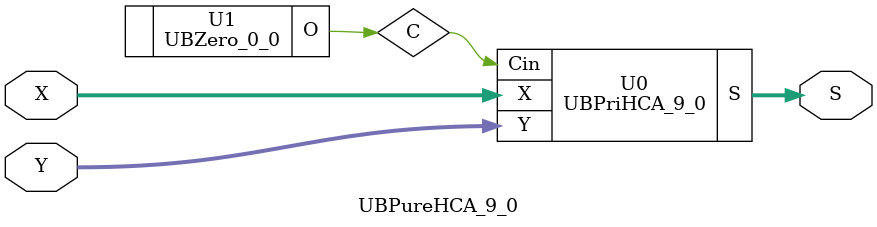
<source format=v>
/*----------------------------------------------------------------------------
  Copyright (c) 2021 Homma laboratory. All rights reserved.

  Top module: UBHCA_9_0_9_0

  Operand-1 length: 10
  Operand-2 length: 10
  Two-operand addition algorithm: Han-Carlson adder
----------------------------------------------------------------------------*/

module GPGenerator(Go, Po, A, B);
  output Go;
  output Po;
  input A;
  input B;
  assign Go = A & B;
  assign Po = A ^ B;
endmodule

module CarryOperator(Go, Po, Gi1, Pi1, Gi2, Pi2);
  output Go;
  output Po;
  input Gi1;
  input Gi2;
  input Pi1;
  input Pi2;
  assign Go = Gi1 | ( Gi2 & Pi1 );
  assign Po = Pi1 & Pi2;
endmodule

module UBPriHCA_9_0(S, X, Y, Cin);
  output [10:0] S;
  input Cin;
  input [9:0] X;
  input [9:0] Y;
  wire [9:0] G0;
  wire [9:0] G1;
  wire [9:0] G2;
  wire [9:0] G3;
  wire [9:0] G4;
  wire [9:0] G5;
  wire [9:0] P0;
  wire [9:0] P1;
  wire [9:0] P2;
  wire [9:0] P3;
  wire [9:0] P4;
  wire [9:0] P5;
  assign P1[0] = P0[0];
  assign G1[0] = G0[0];
  assign P1[2] = P0[2];
  assign G1[2] = G0[2];
  assign P1[4] = P0[4];
  assign G1[4] = G0[4];
  assign P1[6] = P0[6];
  assign G1[6] = G0[6];
  assign P1[8] = P0[8];
  assign G1[8] = G0[8];
  assign P2[0] = P1[0];
  assign G2[0] = G1[0];
  assign P2[1] = P1[1];
  assign G2[1] = G1[1];
  assign P2[2] = P1[2];
  assign G2[2] = G1[2];
  assign P2[4] = P1[4];
  assign G2[4] = G1[4];
  assign P2[6] = P1[6];
  assign G2[6] = G1[6];
  assign P2[8] = P1[8];
  assign G2[8] = G1[8];
  assign P3[0] = P2[0];
  assign G3[0] = G2[0];
  assign P3[1] = P2[1];
  assign G3[1] = G2[1];
  assign P3[2] = P2[2];
  assign G3[2] = G2[2];
  assign P3[3] = P2[3];
  assign G3[3] = G2[3];
  assign P3[4] = P2[4];
  assign G3[4] = G2[4];
  assign P3[6] = P2[6];
  assign G3[6] = G2[6];
  assign P3[8] = P2[8];
  assign G3[8] = G2[8];
  assign P4[0] = P3[0];
  assign G4[0] = G3[0];
  assign P4[1] = P3[1];
  assign G4[1] = G3[1];
  assign P4[2] = P3[2];
  assign G4[2] = G3[2];
  assign P4[3] = P3[3];
  assign G4[3] = G3[3];
  assign P4[4] = P3[4];
  assign G4[4] = G3[4];
  assign P4[5] = P3[5];
  assign G4[5] = G3[5];
  assign P4[6] = P3[6];
  assign G4[6] = G3[6];
  assign P4[7] = P3[7];
  assign G4[7] = G3[7];
  assign P4[8] = P3[8];
  assign G4[8] = G3[8];
  assign P5[0] = P4[0];
  assign G5[0] = G4[0];
  assign P5[1] = P4[1];
  assign G5[1] = G4[1];
  assign P5[3] = P4[3];
  assign G5[3] = G4[3];
  assign P5[5] = P4[5];
  assign G5[5] = G4[5];
  assign P5[7] = P4[7];
  assign G5[7] = G4[7];
  assign P5[9] = P4[9];
  assign G5[9] = G4[9];
  assign S[0] = Cin ^ P0[0];
  assign S[1] = ( G5[0] | ( P5[0] & Cin ) ) ^ P0[1];
  assign S[2] = ( G5[1] | ( P5[1] & Cin ) ) ^ P0[2];
  assign S[3] = ( G5[2] | ( P5[2] & Cin ) ) ^ P0[3];
  assign S[4] = ( G5[3] | ( P5[3] & Cin ) ) ^ P0[4];
  assign S[5] = ( G5[4] | ( P5[4] & Cin ) ) ^ P0[5];
  assign S[6] = ( G5[5] | ( P5[5] & Cin ) ) ^ P0[6];
  assign S[7] = ( G5[6] | ( P5[6] & Cin ) ) ^ P0[7];
  assign S[8] = ( G5[7] | ( P5[7] & Cin ) ) ^ P0[8];
  assign S[9] = ( G5[8] | ( P5[8] & Cin ) ) ^ P0[9];
  assign S[10] = G5[9] | ( P5[9] & Cin );
  GPGenerator U0 (G0[0], P0[0], X[0], Y[0]);
  GPGenerator U1 (G0[1], P0[1], X[1], Y[1]);
  GPGenerator U2 (G0[2], P0[2], X[2], Y[2]);
  GPGenerator U3 (G0[3], P0[3], X[3], Y[3]);
  GPGenerator U4 (G0[4], P0[4], X[4], Y[4]);
  GPGenerator U5 (G0[5], P0[5], X[5], Y[5]);
  GPGenerator U6 (G0[6], P0[6], X[6], Y[6]);
  GPGenerator U7 (G0[7], P0[7], X[7], Y[7]);
  GPGenerator U8 (G0[8], P0[8], X[8], Y[8]);
  GPGenerator U9 (G0[9], P0[9], X[9], Y[9]);
  CarryOperator U10 (G1[1], P1[1], G0[1], P0[1], G0[0], P0[0]);
  CarryOperator U11 (G1[3], P1[3], G0[3], P0[3], G0[2], P0[2]);
  CarryOperator U12 (G1[5], P1[5], G0[5], P0[5], G0[4], P0[4]);
  CarryOperator U13 (G1[7], P1[7], G0[7], P0[7], G0[6], P0[6]);
  CarryOperator U14 (G1[9], P1[9], G0[9], P0[9], G0[8], P0[8]);
  CarryOperator U15 (G2[3], P2[3], G1[3], P1[3], G1[1], P1[1]);
  CarryOperator U16 (G2[5], P2[5], G1[5], P1[5], G1[3], P1[3]);
  CarryOperator U17 (G2[7], P2[7], G1[7], P1[7], G1[5], P1[5]);
  CarryOperator U18 (G2[9], P2[9], G1[9], P1[9], G1[7], P1[7]);
  CarryOperator U19 (G3[5], P3[5], G2[5], P2[5], G2[1], P2[1]);
  CarryOperator U20 (G3[7], P3[7], G2[7], P2[7], G2[3], P2[3]);
  CarryOperator U21 (G3[9], P3[9], G2[9], P2[9], G2[5], P2[5]);
  CarryOperator U22 (G4[9], P4[9], G3[9], P3[9], G3[1], P3[1]);
  CarryOperator U23 (G5[2], P5[2], G4[2], P4[2], G4[1], P4[1]);
  CarryOperator U24 (G5[4], P5[4], G4[4], P4[4], G4[3], P4[3]);
  CarryOperator U25 (G5[6], P5[6], G4[6], P4[6], G4[5], P4[5]);
  CarryOperator U26 (G5[8], P5[8], G4[8], P4[8], G4[7], P4[7]);
endmodule

module UBZero_0_0(O);
  output [0:0] O;
  assign O[0] = 0;
endmodule

module UBHCA_9_0_9_0 (S, X, Y);
  output [10:0] S;
  input [9:0] X;
  input [9:0] Y;
  UBPureHCA_9_0 U0 (S[10:0], X[9:0], Y[9:0]);
endmodule

module UBPureHCA_9_0 (S, X, Y);
  output [10:0] S;
  input [9:0] X;
  input [9:0] Y;
  wire C;
  UBPriHCA_9_0 U0 (S, X, Y, C);
  UBZero_0_0 U1 (C);
endmodule


</source>
